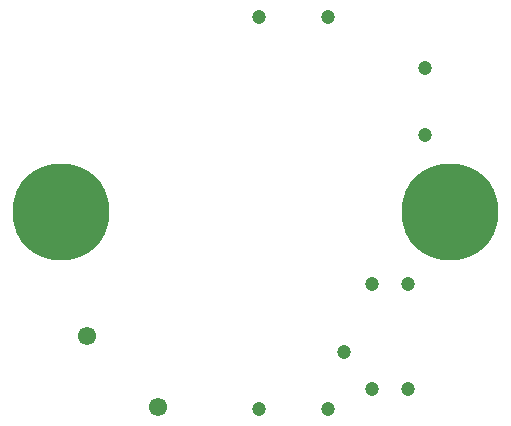
<source format=gts>
G04*
G04 #@! TF.GenerationSoftware,Altium Limited,Altium Designer,20.1.8 (145)*
G04*
G04 Layer_Color=8388736*
%FSTAX43Y43*%
%MOMM*%
G71*
G04*
G04 #@! TF.SameCoordinates,59881587-8D87-46A2-A81E-376F0E243C69*
G04*
G04*
G04 #@! TF.FilePolarity,Negative*
G04*
G01*
G75*
%ADD13C,1.553*%
%ADD14C,1.203*%
%ADD15C,8.203*%
D13*
X0091743Y0058504D02*
D03*
X0085755Y0064484D02*
D03*
D14*
X0114375Y0081525D02*
D03*
Y0087175D02*
D03*
X0100325Y0091525D02*
D03*
X0107475Y0063125D02*
D03*
X0112875Y0068888D02*
D03*
X0109825D02*
D03*
X0112875Y0060012D02*
D03*
X0109825D02*
D03*
X0106175Y0058325D02*
D03*
X0100325D02*
D03*
X0106175Y0091525D02*
D03*
D15*
X00835Y0075D02*
D03*
X01165D02*
D03*
M02*

</source>
